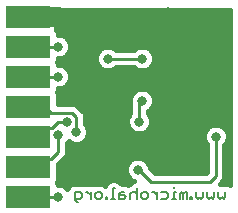
<source format=gbl>
G75*
%MOIN*%
%OFA0B0*%
%FSLAX25Y25*%
%IPPOS*%
%LPD*%
%AMOC8*
5,1,8,0,0,1.08239X$1,22.5*
%
%ADD10C,0.00600*%
%ADD11R,0.15000X0.07600*%
%ADD12C,0.01600*%
%ADD13C,0.03175*%
%ADD14C,0.06600*%
%ADD15C,0.01000*%
D10*
X0036051Y0021835D02*
X0036618Y0021268D01*
X0037185Y0021268D01*
X0037752Y0022402D02*
X0036051Y0022402D01*
X0036051Y0021835D02*
X0036051Y0024671D01*
X0037752Y0024671D01*
X0038319Y0024103D01*
X0038319Y0022969D01*
X0037752Y0022402D01*
X0039687Y0024671D02*
X0040254Y0024671D01*
X0041388Y0023536D01*
X0041388Y0022402D02*
X0041388Y0024671D01*
X0042803Y0024103D02*
X0042803Y0022969D01*
X0043370Y0022402D01*
X0044504Y0022402D01*
X0045072Y0022969D01*
X0045072Y0024103D01*
X0044504Y0024671D01*
X0043370Y0024671D01*
X0042803Y0024103D01*
X0046346Y0022969D02*
X0046346Y0022402D01*
X0046913Y0022402D01*
X0046913Y0022969D01*
X0046346Y0022969D01*
X0048234Y0022402D02*
X0049369Y0022402D01*
X0048801Y0022402D02*
X0048801Y0025805D01*
X0049369Y0025805D01*
X0050783Y0024103D02*
X0050783Y0022402D01*
X0052485Y0022402D01*
X0053052Y0022969D01*
X0052485Y0023536D01*
X0050783Y0023536D01*
X0050783Y0024103D02*
X0051350Y0024671D01*
X0052485Y0024671D01*
X0054466Y0024103D02*
X0054466Y0022402D01*
X0054466Y0024103D02*
X0055033Y0024671D01*
X0056168Y0024671D01*
X0056735Y0024103D01*
X0058149Y0024103D02*
X0058149Y0022969D01*
X0058717Y0022402D01*
X0059851Y0022402D01*
X0060418Y0022969D01*
X0060418Y0024103D01*
X0059851Y0024671D01*
X0058717Y0024671D01*
X0058149Y0024103D01*
X0056735Y0022402D02*
X0056735Y0025805D01*
X0061786Y0024671D02*
X0062353Y0024671D01*
X0063487Y0023536D01*
X0063487Y0022402D02*
X0063487Y0024671D01*
X0064902Y0024671D02*
X0066603Y0024671D01*
X0067170Y0024103D01*
X0067170Y0022969D01*
X0066603Y0022402D01*
X0064902Y0022402D01*
X0068492Y0022402D02*
X0069626Y0022402D01*
X0069059Y0022402D02*
X0069059Y0024671D01*
X0069626Y0024671D01*
X0069059Y0025805D02*
X0069059Y0026372D01*
X0071040Y0024103D02*
X0071040Y0022402D01*
X0072175Y0022402D02*
X0072175Y0024103D01*
X0071608Y0024671D01*
X0071040Y0024103D01*
X0072175Y0024103D02*
X0072742Y0024671D01*
X0073309Y0024671D01*
X0073309Y0022402D01*
X0074583Y0022402D02*
X0074583Y0022969D01*
X0075151Y0022969D01*
X0075151Y0022402D01*
X0074583Y0022402D01*
X0076565Y0022969D02*
X0076565Y0024671D01*
X0076565Y0022969D02*
X0077132Y0022402D01*
X0077699Y0022969D01*
X0078267Y0022402D01*
X0078834Y0022969D01*
X0078834Y0024671D01*
X0080248Y0024671D02*
X0080248Y0022969D01*
X0080815Y0022402D01*
X0081383Y0022969D01*
X0081950Y0022402D01*
X0082517Y0022969D01*
X0082517Y0024671D01*
X0083931Y0024671D02*
X0083931Y0022969D01*
X0084499Y0022402D01*
X0085066Y0022969D01*
X0085633Y0022402D01*
X0086200Y0022969D01*
X0086200Y0024671D01*
D11*
X0020500Y0023102D03*
X0020500Y0033102D03*
X0020500Y0043102D03*
X0020500Y0053102D03*
X0020500Y0063102D03*
X0020500Y0073102D03*
X0020500Y0083102D03*
D12*
X0021300Y0083641D02*
X0087700Y0083641D01*
X0087700Y0085239D02*
X0029800Y0085239D01*
X0029800Y0085302D02*
X0087700Y0085302D01*
X0087700Y0026972D01*
X0086737Y0027371D01*
X0085663Y0027371D01*
X0085066Y0027123D01*
X0084468Y0027371D01*
X0084370Y0027371D01*
X0084643Y0027644D01*
X0085458Y0028459D01*
X0085900Y0029525D01*
X0085900Y0040363D01*
X0086380Y0040843D01*
X0086987Y0042309D01*
X0086987Y0043895D01*
X0086380Y0045361D01*
X0085259Y0046482D01*
X0083793Y0047089D01*
X0082207Y0047089D01*
X0080741Y0046482D01*
X0079620Y0045361D01*
X0079013Y0043895D01*
X0079013Y0042309D01*
X0079620Y0040843D01*
X0080100Y0040363D01*
X0080100Y0031303D01*
X0079799Y0031002D01*
X0062701Y0031002D01*
X0060987Y0032716D01*
X0060987Y0032895D01*
X0060380Y0034361D01*
X0059259Y0035482D01*
X0057793Y0036089D01*
X0056207Y0036089D01*
X0054741Y0035482D01*
X0053620Y0034361D01*
X0053013Y0032895D01*
X0053013Y0031309D01*
X0053620Y0029843D01*
X0054741Y0028722D01*
X0055731Y0028312D01*
X0055205Y0028094D01*
X0054472Y0027361D01*
X0053759Y0027065D01*
X0053022Y0027371D01*
X0051621Y0027371D01*
X0050898Y0028094D01*
X0049906Y0028505D01*
X0048264Y0028505D01*
X0047272Y0028094D01*
X0046512Y0027334D01*
X0046262Y0026731D01*
X0046034Y0026960D01*
X0045041Y0027371D01*
X0042833Y0027371D01*
X0042379Y0027183D01*
X0041925Y0027371D01*
X0040851Y0027371D01*
X0040821Y0027358D01*
X0040791Y0027371D01*
X0039150Y0027371D01*
X0038719Y0027192D01*
X0038289Y0027371D01*
X0035513Y0027371D01*
X0034521Y0026960D01*
X0033762Y0026200D01*
X0033551Y0025690D01*
X0032759Y0026482D01*
X0031293Y0027089D01*
X0030400Y0027089D01*
X0030400Y0027379D01*
X0030101Y0028102D01*
X0030400Y0028825D01*
X0030400Y0033901D01*
X0030458Y0033959D01*
X0032958Y0036459D01*
X0033400Y0037525D01*
X0033400Y0040863D01*
X0033880Y0041343D01*
X0033950Y0041513D01*
X0034241Y0041222D01*
X0035707Y0040615D01*
X0037293Y0040615D01*
X0038759Y0041222D01*
X0039880Y0042343D01*
X0040487Y0043809D01*
X0040487Y0045395D01*
X0039880Y0046861D01*
X0039400Y0047341D01*
X0039400Y0050179D01*
X0038958Y0051245D01*
X0038143Y0052061D01*
X0036643Y0053561D01*
X0035577Y0054002D01*
X0030400Y0054002D01*
X0030400Y0057379D01*
X0030101Y0058102D01*
X0030400Y0058825D01*
X0030400Y0059115D01*
X0031293Y0059115D01*
X0032759Y0059722D01*
X0033880Y0060843D01*
X0034487Y0062309D01*
X0034487Y0063895D01*
X0033880Y0065361D01*
X0032759Y0066482D01*
X0031293Y0067089D01*
X0030400Y0067089D01*
X0030400Y0067379D01*
X0030101Y0068102D01*
X0030400Y0068825D01*
X0030400Y0069115D01*
X0031293Y0069115D01*
X0032759Y0069722D01*
X0033880Y0070843D01*
X0034487Y0072309D01*
X0034487Y0073895D01*
X0033880Y0075361D01*
X0032759Y0076482D01*
X0031293Y0077089D01*
X0030400Y0077089D01*
X0030400Y0077379D01*
X0030035Y0078262D01*
X0029680Y0078616D01*
X0029800Y0079065D01*
X0029800Y0082302D01*
X0021300Y0082302D01*
X0021300Y0083902D01*
X0029800Y0083902D01*
X0029800Y0085302D01*
X0029800Y0082042D02*
X0087700Y0082042D01*
X0087700Y0080444D02*
X0029800Y0080444D01*
X0029741Y0078845D02*
X0087700Y0078845D01*
X0087700Y0077247D02*
X0030400Y0077247D01*
X0033593Y0075648D02*
X0087700Y0075648D01*
X0087700Y0074050D02*
X0034423Y0074050D01*
X0034487Y0072451D02*
X0044710Y0072451D01*
X0044741Y0072482D02*
X0043620Y0071361D01*
X0043013Y0069895D01*
X0043013Y0068309D01*
X0043620Y0066843D01*
X0044741Y0065722D01*
X0046207Y0065115D01*
X0047793Y0065115D01*
X0049259Y0065722D01*
X0049739Y0066202D01*
X0055761Y0066202D01*
X0056241Y0065722D01*
X0057707Y0065115D01*
X0059293Y0065115D01*
X0060759Y0065722D01*
X0061880Y0066843D01*
X0062487Y0068309D01*
X0062487Y0069895D01*
X0061880Y0071361D01*
X0060759Y0072482D01*
X0059293Y0073089D01*
X0057707Y0073089D01*
X0056241Y0072482D01*
X0055761Y0072002D01*
X0049739Y0072002D01*
X0049259Y0072482D01*
X0047793Y0073089D01*
X0046207Y0073089D01*
X0044741Y0072482D01*
X0043409Y0070853D02*
X0033884Y0070853D01*
X0031631Y0069254D02*
X0043013Y0069254D01*
X0043283Y0067656D02*
X0030285Y0067656D01*
X0033184Y0066057D02*
X0044406Y0066057D01*
X0049594Y0066057D02*
X0055906Y0066057D01*
X0061094Y0066057D02*
X0087700Y0066057D01*
X0087700Y0064459D02*
X0034254Y0064459D01*
X0034487Y0062860D02*
X0087700Y0062860D01*
X0087700Y0061262D02*
X0034054Y0061262D01*
X0032618Y0059663D02*
X0087700Y0059663D01*
X0087700Y0058065D02*
X0061176Y0058065D01*
X0060759Y0058482D02*
X0059293Y0059089D01*
X0057707Y0059089D01*
X0056241Y0058482D01*
X0055120Y0057361D01*
X0054513Y0055895D01*
X0054513Y0054309D01*
X0054600Y0054098D01*
X0054600Y0050841D01*
X0054120Y0050361D01*
X0053513Y0048895D01*
X0053513Y0047309D01*
X0054120Y0045843D01*
X0055241Y0044722D01*
X0056707Y0044115D01*
X0058293Y0044115D01*
X0059759Y0044722D01*
X0060880Y0045843D01*
X0061487Y0047309D01*
X0061487Y0048895D01*
X0060880Y0050361D01*
X0060400Y0050841D01*
X0060400Y0051573D01*
X0060759Y0051722D01*
X0061880Y0052843D01*
X0062487Y0054309D01*
X0062487Y0055895D01*
X0061880Y0057361D01*
X0060759Y0058482D01*
X0062251Y0056466D02*
X0087700Y0056466D01*
X0087700Y0054868D02*
X0062487Y0054868D01*
X0062057Y0053269D02*
X0087700Y0053269D01*
X0087700Y0051671D02*
X0060636Y0051671D01*
X0061000Y0050072D02*
X0087700Y0050072D01*
X0087700Y0048474D02*
X0061487Y0048474D01*
X0061308Y0046875D02*
X0081690Y0046875D01*
X0079585Y0045277D02*
X0060314Y0045277D01*
X0054686Y0045277D02*
X0040487Y0045277D01*
X0040433Y0043678D02*
X0079013Y0043678D01*
X0079108Y0042080D02*
X0039617Y0042080D01*
X0039866Y0046875D02*
X0053692Y0046875D01*
X0053513Y0048474D02*
X0039400Y0048474D01*
X0039400Y0050072D02*
X0054000Y0050072D01*
X0054600Y0051671D02*
X0038532Y0051671D01*
X0036934Y0053269D02*
X0054600Y0053269D01*
X0054513Y0054868D02*
X0030400Y0054868D01*
X0030400Y0056466D02*
X0054749Y0056466D01*
X0055824Y0058065D02*
X0030116Y0058065D01*
X0033400Y0040481D02*
X0079982Y0040481D01*
X0080100Y0038883D02*
X0033400Y0038883D01*
X0033300Y0037284D02*
X0080100Y0037284D01*
X0080100Y0035686D02*
X0058768Y0035686D01*
X0060494Y0034087D02*
X0080100Y0034087D01*
X0080100Y0032489D02*
X0061215Y0032489D01*
X0055232Y0035686D02*
X0032185Y0035686D01*
X0030586Y0034087D02*
X0053506Y0034087D01*
X0053013Y0032489D02*
X0030400Y0032489D01*
X0030400Y0030890D02*
X0053186Y0030890D01*
X0054171Y0029292D02*
X0030400Y0029292D01*
X0030270Y0027693D02*
X0046871Y0027693D01*
X0051299Y0027693D02*
X0054805Y0027693D01*
X0033718Y0026095D02*
X0033146Y0026095D01*
X0062217Y0067656D02*
X0087700Y0067656D01*
X0087700Y0069254D02*
X0062487Y0069254D01*
X0062091Y0070853D02*
X0087700Y0070853D01*
X0087700Y0072451D02*
X0060790Y0072451D01*
X0056210Y0072451D02*
X0049290Y0072451D01*
X0084310Y0046875D02*
X0087700Y0046875D01*
X0087700Y0045277D02*
X0086415Y0045277D01*
X0086987Y0043678D02*
X0087700Y0043678D01*
X0087700Y0042080D02*
X0086892Y0042080D01*
X0087700Y0040481D02*
X0086018Y0040481D01*
X0085900Y0038883D02*
X0087700Y0038883D01*
X0087700Y0037284D02*
X0085900Y0037284D01*
X0085900Y0035686D02*
X0087700Y0035686D01*
X0087700Y0034087D02*
X0085900Y0034087D01*
X0085900Y0032489D02*
X0087700Y0032489D01*
X0087700Y0030890D02*
X0085900Y0030890D01*
X0085803Y0029292D02*
X0087700Y0029292D01*
X0087700Y0027693D02*
X0084692Y0027693D01*
D13*
X0086500Y0028102D03*
X0078000Y0032102D03*
X0073000Y0040602D03*
X0066000Y0048102D03*
X0063000Y0046602D03*
X0057500Y0048102D03*
X0058500Y0055102D03*
X0069500Y0062102D03*
X0079000Y0063102D03*
X0086500Y0053102D03*
X0083000Y0043102D03*
X0058000Y0040102D03*
X0057000Y0032102D03*
X0036500Y0044602D03*
X0033500Y0048102D03*
X0030500Y0043602D03*
X0030500Y0063102D03*
X0030500Y0073102D03*
X0047000Y0069102D03*
X0058500Y0069102D03*
X0067000Y0079602D03*
X0067000Y0084602D03*
X0030500Y0023102D03*
D14*
X0030500Y0083102D02*
X0020500Y0083102D01*
D15*
X0020500Y0073102D02*
X0030500Y0073102D01*
X0030500Y0063102D02*
X0020500Y0063102D01*
X0020500Y0053102D02*
X0026000Y0053102D01*
X0028000Y0051102D01*
X0035000Y0051102D01*
X0036500Y0049602D01*
X0036500Y0044602D01*
X0033500Y0048102D02*
X0030500Y0048102D01*
X0028500Y0046102D01*
X0023500Y0046102D01*
X0020500Y0043102D01*
X0023000Y0035602D02*
X0020500Y0033102D01*
X0023000Y0035602D02*
X0028000Y0035602D01*
X0030500Y0038102D01*
X0030500Y0043602D01*
X0030500Y0023102D02*
X0020500Y0023102D01*
X0057000Y0032102D02*
X0057500Y0032102D01*
X0061500Y0028102D01*
X0081000Y0028102D01*
X0083000Y0030102D01*
X0083000Y0043102D01*
X0058500Y0055102D02*
X0057500Y0054102D01*
X0057500Y0048102D01*
X0058500Y0069102D02*
X0047000Y0069102D01*
M02*

</source>
